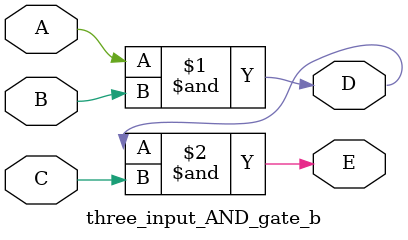
<source format=v>
`timescale 1ns / 1ps

module three_input_AND_gate_b(
    input A,
    input B,
    output D,
    input C,
    output E
    );
    
    assign D = A & B;
    assign E = D & C;
endmodule
</source>
